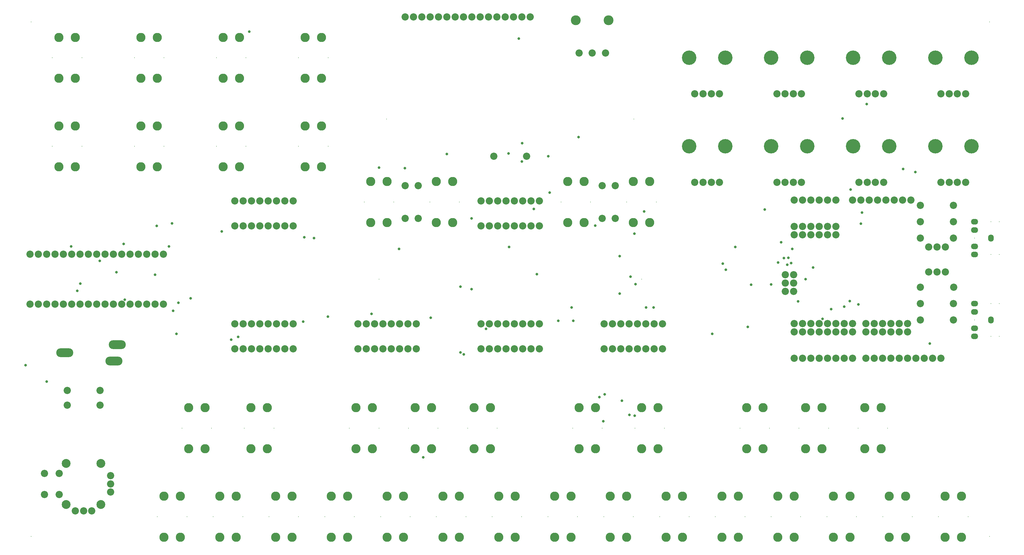
<source format=gts>
%FSLAX25Y25*%
%MOIN*%
G70*
G01*
G75*
G04 Layer_Color=8388736*
%ADD10C,0.01181*%
%ADD11O,0.05906X0.07874*%
%ADD12O,0.07874X0.05906*%
%ADD13O,0.19685X0.09843*%
%ADD14C,0.11024*%
%ADD15C,0.07874*%
%ADD16C,0.10236*%
%ADD17C,0.09843*%
%ADD18C,0.16535*%
%ADD19C,0.02362*%
%ADD20C,0.00787*%
%ADD21C,0.01000*%
%ADD22C,0.00394*%
%ADD23R,0.11811X0.27559*%
%ADD24R,0.62992X0.02173*%
%ADD25R,0.62992X0.02169*%
%ADD26R,0.04342X0.02173*%
%ADD27R,0.04343X0.02173*%
%ADD28R,0.13032X0.02173*%
%ADD29R,0.02169X0.02173*%
%ADD30R,0.04342X0.02173*%
%ADD31R,0.10862X0.02173*%
%ADD32R,0.02169X0.02173*%
%ADD33R,0.02173X0.02173*%
%ADD34R,0.04346X0.02173*%
%ADD35R,0.02173X0.02173*%
%ADD36R,0.04342X0.02169*%
%ADD37R,0.02173X0.02169*%
%ADD38R,0.02169X0.02169*%
%ADD39R,0.06516X0.02169*%
%ADD40R,0.02173X0.02169*%
%ADD41R,0.06516X0.02173*%
%ADD42R,0.10858X0.02173*%
%ADD43R,0.02173X0.02173*%
%ADD44R,0.04346X0.02173*%
%ADD45R,0.02169X0.02173*%
%ADD46R,0.30409X0.02169*%
%ADD47R,0.26067X0.02169*%
%ADD48R,0.13035X0.02173*%
%ADD49R,0.06516X0.02173*%
%ADD50R,0.04342X0.02169*%
%ADD51R,0.02173X0.02169*%
%ADD52R,0.02173X0.02169*%
%ADD53R,0.02169X0.02169*%
%ADD54R,0.06520X0.02173*%
%ADD55R,0.10862X0.02173*%
%ADD56R,0.04347X0.02173*%
%ADD57R,0.04347X0.02169*%
%ADD58R,0.04346X0.02169*%
%ADD59R,0.08689X0.02173*%
%ADD60R,0.21720X0.02169*%
%ADD61R,0.10858X0.02169*%
%ADD62R,0.06516X0.02169*%
%ADD63R,0.08689X0.02169*%
%ADD64R,0.06516X0.02173*%
%ADD65R,0.02169X0.02173*%
%ADD66R,0.02173X0.02173*%
%ADD67R,0.02169X0.02169*%
%ADD68R,0.04343X0.02173*%
%ADD69R,0.08689X0.02173*%
%ADD70O,0.06706X0.08674*%
%ADD71O,0.08674X0.06706*%
%ADD72C,0.00800*%
%ADD73O,0.20485X0.10642*%
%ADD74C,0.11824*%
%ADD75C,0.08674*%
%ADD76C,0.11036*%
%ADD77C,0.10642*%
%ADD78C,0.17335*%
%ADD79C,0.03162*%
D70*
X1167323Y275590D02*
D03*
Y374016D02*
D03*
D71*
X1147638Y265748D02*
D03*
Y285433D02*
D03*
Y255906D02*
D03*
Y295276D02*
D03*
Y393701D02*
D03*
Y354331D02*
D03*
Y383858D02*
D03*
Y364173D02*
D03*
D72*
Y275590D02*
D03*
X1167323Y295276D02*
D03*
X1177165D02*
D03*
Y255906D02*
D03*
X1167323D02*
D03*
Y354331D02*
D03*
X1177165D02*
D03*
Y393701D02*
D03*
X1167323D02*
D03*
X1147638Y374016D02*
D03*
X901575Y145669D02*
D03*
X866142D02*
D03*
X1007874D02*
D03*
X1043307D02*
D03*
X972441D02*
D03*
X937008D02*
D03*
X665354D02*
D03*
X700787D02*
D03*
X775591D02*
D03*
X740158D02*
D03*
X397638D02*
D03*
X433071D02*
D03*
X503937D02*
D03*
X468504D02*
D03*
X539370D02*
D03*
X574803D02*
D03*
X232283D02*
D03*
X196850D02*
D03*
X271654D02*
D03*
X307087D02*
D03*
X15748Y15748D02*
D03*
Y633858D02*
D03*
X1165355D02*
D03*
Y15748D02*
D03*
X748032Y324803D02*
D03*
X433071D02*
D03*
X273622Y484252D02*
D03*
X238189D02*
D03*
X139764D02*
D03*
X175197D02*
D03*
X76772D02*
D03*
X41339D02*
D03*
X238189Y590551D02*
D03*
X273622D02*
D03*
X175197D02*
D03*
X139764D02*
D03*
X41339D02*
D03*
X76772D02*
D03*
X372047Y484252D02*
D03*
X336614D02*
D03*
Y590551D02*
D03*
X372047D02*
D03*
X765748Y417323D02*
D03*
X730315D02*
D03*
X651575D02*
D03*
X687008D02*
D03*
X529528D02*
D03*
X494095D02*
D03*
X415354D02*
D03*
X450787D02*
D03*
X1072835Y39370D02*
D03*
X1037402D02*
D03*
X970473D02*
D03*
X1005906D02*
D03*
X938976D02*
D03*
X903543D02*
D03*
X836614D02*
D03*
X872047D02*
D03*
X805118D02*
D03*
X769685D02*
D03*
X702756D02*
D03*
X738189D02*
D03*
X671260D02*
D03*
X635827D02*
D03*
X568898D02*
D03*
X604331D02*
D03*
X537402D02*
D03*
X501968D02*
D03*
X435039D02*
D03*
X470472D02*
D03*
X403543D02*
D03*
X368110D02*
D03*
X301181D02*
D03*
X336614D02*
D03*
X269685D02*
D03*
X234252D02*
D03*
X167323D02*
D03*
X202756D02*
D03*
X1139764D02*
D03*
X1104331D02*
D03*
X442126Y516929D02*
D03*
X738976D02*
D03*
D73*
X119095Y246063D02*
D03*
X115157Y226378D02*
D03*
X56103Y236221D02*
D03*
D74*
X708662Y635827D02*
D03*
X669291D02*
D03*
D75*
X673228Y596457D02*
D03*
X704725D02*
D03*
X688976D02*
D03*
X260276Y388543D02*
D03*
X270276D02*
D03*
X280276D02*
D03*
X290276D02*
D03*
X300276D02*
D03*
X310276D02*
D03*
X320276D02*
D03*
X330276D02*
D03*
X260276Y418543D02*
D03*
X270276D02*
D03*
X280276D02*
D03*
X290276D02*
D03*
X300276D02*
D03*
X310276D02*
D03*
X320276D02*
D03*
X330276D02*
D03*
X773189Y270905D02*
D03*
X763189D02*
D03*
X753189D02*
D03*
X743189D02*
D03*
X733189D02*
D03*
X723189D02*
D03*
X713189D02*
D03*
X703189D02*
D03*
X773189Y240905D02*
D03*
X763189D02*
D03*
X753189D02*
D03*
X743189D02*
D03*
X733189D02*
D03*
X723189D02*
D03*
X713189D02*
D03*
X703189D02*
D03*
X555551D02*
D03*
X565551D02*
D03*
X575551D02*
D03*
X585551D02*
D03*
X595551D02*
D03*
X605551D02*
D03*
X615551D02*
D03*
X625551D02*
D03*
X555551Y270905D02*
D03*
X565551D02*
D03*
X575551D02*
D03*
X585551D02*
D03*
X595551D02*
D03*
X605551D02*
D03*
X615551D02*
D03*
X625551D02*
D03*
X477914D02*
D03*
X467913D02*
D03*
X457913D02*
D03*
X447914D02*
D03*
X437914D02*
D03*
X427914D02*
D03*
X417913D02*
D03*
X407913D02*
D03*
X477914Y240905D02*
D03*
X467913D02*
D03*
X457913D02*
D03*
X447914D02*
D03*
X437914D02*
D03*
X427914D02*
D03*
X417913D02*
D03*
X407913D02*
D03*
X260276D02*
D03*
X270276D02*
D03*
X280276D02*
D03*
X290276D02*
D03*
X300276D02*
D03*
X310276D02*
D03*
X320276D02*
D03*
X330276D02*
D03*
X260276Y270905D02*
D03*
X270276D02*
D03*
X280276D02*
D03*
X290276D02*
D03*
X300276D02*
D03*
X310276D02*
D03*
X320276D02*
D03*
X330276D02*
D03*
X625551Y418543D02*
D03*
X615551D02*
D03*
X605551D02*
D03*
X595551D02*
D03*
X585551D02*
D03*
X575551D02*
D03*
X565551D02*
D03*
X555551D02*
D03*
X625551Y388543D02*
D03*
X615551D02*
D03*
X605551D02*
D03*
X595551D02*
D03*
X585551D02*
D03*
X575551D02*
D03*
X565551D02*
D03*
X555551D02*
D03*
X1122047Y413386D02*
D03*
X1082677D02*
D03*
X610236Y472441D02*
D03*
X570866D02*
D03*
X59055Y190945D02*
D03*
X98425D02*
D03*
X1122047Y275590D02*
D03*
X1082677D02*
D03*
X716536Y397638D02*
D03*
Y437008D02*
D03*
X700787D02*
D03*
Y397638D02*
D03*
X480315D02*
D03*
Y437008D02*
D03*
X464567D02*
D03*
Y397638D02*
D03*
X1122047Y374016D02*
D03*
X1082677D02*
D03*
Y295276D02*
D03*
X1122047D02*
D03*
X98425Y173228D02*
D03*
X59055D02*
D03*
X1082677Y393701D02*
D03*
X1122047D02*
D03*
X1082362Y314961D02*
D03*
X1122362D02*
D03*
X31693Y91536D02*
D03*
Y65945D02*
D03*
X49409D02*
D03*
Y91536D02*
D03*
X78740Y46260D02*
D03*
X88583D02*
D03*
X68898D02*
D03*
X111221Y88583D02*
D03*
Y68898D02*
D03*
Y78740D02*
D03*
X1126968Y440945D02*
D03*
X1136811D02*
D03*
X1107283D02*
D03*
X1117126D02*
D03*
X1018701D02*
D03*
X1008858D02*
D03*
X1038386D02*
D03*
X1028543D02*
D03*
X930118D02*
D03*
X939961D02*
D03*
X910433D02*
D03*
X920276D02*
D03*
X821850D02*
D03*
X812008D02*
D03*
X841535D02*
D03*
X831693D02*
D03*
X1126968Y547244D02*
D03*
X1136811D02*
D03*
X1107283D02*
D03*
X1117126D02*
D03*
X1018701D02*
D03*
X1008858D02*
D03*
X1038386D02*
D03*
X1028543D02*
D03*
X930118D02*
D03*
X939961D02*
D03*
X910433D02*
D03*
X920276D02*
D03*
X821850D02*
D03*
X812008D02*
D03*
X841535D02*
D03*
X831693D02*
D03*
X1112362Y363425D02*
D03*
X1102362D02*
D03*
X1092362D02*
D03*
X1112362Y333425D02*
D03*
X1102362D02*
D03*
X1092362D02*
D03*
X174488Y354803D02*
D03*
X164488D02*
D03*
X154488D02*
D03*
X144488D02*
D03*
X134488D02*
D03*
X124488D02*
D03*
X114488D02*
D03*
X104488D02*
D03*
X94488D02*
D03*
X84488D02*
D03*
X74488D02*
D03*
X64488D02*
D03*
X54488D02*
D03*
X44488D02*
D03*
X34488D02*
D03*
X24488D02*
D03*
X14488D02*
D03*
Y294803D02*
D03*
X24488D02*
D03*
X34488D02*
D03*
X44488D02*
D03*
X54488D02*
D03*
X64488D02*
D03*
X74488D02*
D03*
X84488D02*
D03*
X94488D02*
D03*
X104488D02*
D03*
X114488D02*
D03*
X124488D02*
D03*
X134488D02*
D03*
X144488D02*
D03*
X154488D02*
D03*
X164488D02*
D03*
X174488D02*
D03*
X464567Y639764D02*
D03*
X474567D02*
D03*
X484567D02*
D03*
X494567D02*
D03*
X504567D02*
D03*
X514567D02*
D03*
X524567D02*
D03*
X534567D02*
D03*
X544567D02*
D03*
X554567D02*
D03*
X564567D02*
D03*
X574567D02*
D03*
X584567D02*
D03*
X594567D02*
D03*
X604567D02*
D03*
X614567D02*
D03*
X931055Y419803D02*
D03*
X941055D02*
D03*
X951055D02*
D03*
X961055D02*
D03*
X971055D02*
D03*
X981055D02*
D03*
X1107055Y229803D02*
D03*
X1097055D02*
D03*
X1087055D02*
D03*
X1077055D02*
D03*
X1067055D02*
D03*
X1057055D02*
D03*
X1047055D02*
D03*
X1037055D02*
D03*
X1027055D02*
D03*
X1017055D02*
D03*
X951055D02*
D03*
X941055D02*
D03*
X1001055D02*
D03*
X991055D02*
D03*
X981055D02*
D03*
X971055D02*
D03*
X961055D02*
D03*
X931055D02*
D03*
X1021055Y419803D02*
D03*
X1011055D02*
D03*
X1071055D02*
D03*
X1061055D02*
D03*
X1051055D02*
D03*
X1041055D02*
D03*
X1031055D02*
D03*
X1001055D02*
D03*
X920504Y330000D02*
D03*
X930504D02*
D03*
X920504Y320000D02*
D03*
X930504D02*
D03*
X920504Y310000D02*
D03*
X930504D02*
D03*
X1001055Y261536D02*
D03*
Y271535D02*
D03*
X971055D02*
D03*
X961055D02*
D03*
X951055D02*
D03*
X971055Y261536D02*
D03*
X961055D02*
D03*
X951055D02*
D03*
X981055Y271535D02*
D03*
X991055D02*
D03*
X981055Y261536D02*
D03*
X991055D02*
D03*
X941055Y271535D02*
D03*
X931055D02*
D03*
X941055Y261536D02*
D03*
X931055D02*
D03*
Y378071D02*
D03*
X941055D02*
D03*
X931055Y388071D02*
D03*
X941055D02*
D03*
X981055Y378071D02*
D03*
Y388071D02*
D03*
X951055Y378071D02*
D03*
X961055D02*
D03*
X971055D02*
D03*
X951055Y388071D02*
D03*
X961055D02*
D03*
X971055D02*
D03*
X1057055Y271535D02*
D03*
X1047055D02*
D03*
X1037055D02*
D03*
X1057055Y261536D02*
D03*
X1047055D02*
D03*
X1037055D02*
D03*
X1067055Y271535D02*
D03*
Y261536D02*
D03*
X1027055Y271535D02*
D03*
X1017055D02*
D03*
X1027055Y261536D02*
D03*
X1017055D02*
D03*
D76*
X874016Y121063D02*
D03*
X893701D02*
D03*
Y170276D02*
D03*
X874016D02*
D03*
X1015748D02*
D03*
X1035433D02*
D03*
Y121063D02*
D03*
X1015748D02*
D03*
X944882D02*
D03*
X964567D02*
D03*
Y170276D02*
D03*
X944882D02*
D03*
X673228D02*
D03*
X692913D02*
D03*
Y121063D02*
D03*
X673228D02*
D03*
X748032D02*
D03*
X767717D02*
D03*
Y170276D02*
D03*
X748032D02*
D03*
X405512D02*
D03*
X425197D02*
D03*
Y121063D02*
D03*
X405512D02*
D03*
X476378D02*
D03*
X496063D02*
D03*
Y170276D02*
D03*
X476378D02*
D03*
X547244D02*
D03*
X566929D02*
D03*
Y121063D02*
D03*
X547244D02*
D03*
X204725D02*
D03*
X224410D02*
D03*
Y170276D02*
D03*
X204725D02*
D03*
X279527D02*
D03*
X299213D02*
D03*
Y121063D02*
D03*
X279527D02*
D03*
X246063Y459646D02*
D03*
X265748D02*
D03*
Y508858D02*
D03*
X246063D02*
D03*
X147638D02*
D03*
X167323D02*
D03*
Y459646D02*
D03*
X147638D02*
D03*
X49213D02*
D03*
X68898D02*
D03*
Y508858D02*
D03*
X49213D02*
D03*
X246063Y615158D02*
D03*
X265748D02*
D03*
Y565945D02*
D03*
X246063D02*
D03*
X147638D02*
D03*
X167323D02*
D03*
Y615158D02*
D03*
X147638D02*
D03*
X49213D02*
D03*
X68898D02*
D03*
Y565945D02*
D03*
X49213D02*
D03*
X344488Y459646D02*
D03*
X364173D02*
D03*
Y508858D02*
D03*
X344488D02*
D03*
Y615158D02*
D03*
X364173D02*
D03*
Y565945D02*
D03*
X344488D02*
D03*
X738189Y392717D02*
D03*
X757874D02*
D03*
Y441929D02*
D03*
X738189D02*
D03*
X659449D02*
D03*
X679134D02*
D03*
Y392717D02*
D03*
X659449D02*
D03*
X501968D02*
D03*
X521654D02*
D03*
Y441929D02*
D03*
X501968D02*
D03*
X423228D02*
D03*
X442913D02*
D03*
Y392717D02*
D03*
X423228D02*
D03*
X1045276Y14764D02*
D03*
X1064961D02*
D03*
Y63977D02*
D03*
X1045276D02*
D03*
X978347D02*
D03*
X998032D02*
D03*
Y14764D02*
D03*
X978347D02*
D03*
X911417D02*
D03*
X931102D02*
D03*
Y63977D02*
D03*
X911417D02*
D03*
X844488D02*
D03*
X864173D02*
D03*
Y14764D02*
D03*
X844488D02*
D03*
X777559D02*
D03*
X797244D02*
D03*
Y63977D02*
D03*
X777559D02*
D03*
X710630D02*
D03*
X730315D02*
D03*
Y14764D02*
D03*
X710630D02*
D03*
X643701D02*
D03*
X663386D02*
D03*
Y63977D02*
D03*
X643701D02*
D03*
X576772D02*
D03*
X596457D02*
D03*
Y14764D02*
D03*
X576772D02*
D03*
X509842D02*
D03*
X529528D02*
D03*
Y63977D02*
D03*
X509842D02*
D03*
X442913D02*
D03*
X462599D02*
D03*
Y14764D02*
D03*
X442913D02*
D03*
X375984D02*
D03*
X395669D02*
D03*
Y63977D02*
D03*
X375984D02*
D03*
X309055D02*
D03*
X328740D02*
D03*
Y14764D02*
D03*
X309055D02*
D03*
X242126D02*
D03*
X261811D02*
D03*
Y63977D02*
D03*
X242126D02*
D03*
X175197D02*
D03*
X194882D02*
D03*
Y14764D02*
D03*
X175197D02*
D03*
X1112205D02*
D03*
X1131890D02*
D03*
Y63977D02*
D03*
X1112205D02*
D03*
D77*
X57874Y103347D02*
D03*
Y54134D02*
D03*
X99606D02*
D03*
Y103347D02*
D03*
D78*
X1100394Y484252D02*
D03*
X1143701D02*
D03*
X1045276D02*
D03*
X1001968D02*
D03*
X903543D02*
D03*
X946850D02*
D03*
X848425D02*
D03*
X805118D02*
D03*
X1100394Y590551D02*
D03*
X1143701D02*
D03*
X1045276D02*
D03*
X1001968D02*
D03*
X903543D02*
D03*
X946850D02*
D03*
X848425D02*
D03*
X805118D02*
D03*
D79*
X953843Y338845D02*
D03*
X944743Y324745D02*
D03*
X192443Y296245D02*
D03*
X1008343Y294245D02*
D03*
X1011343Y391345D02*
D03*
X9343Y221345D02*
D03*
X181243Y364045D02*
D03*
X63730D02*
D03*
X648343Y274845D02*
D03*
X664043Y290545D02*
D03*
X753549D02*
D03*
X342143Y273745D02*
D03*
X879643Y318145D02*
D03*
X895743Y408245D02*
D03*
X975643Y288645D02*
D03*
X935713Y297945D02*
D03*
X74743Y319445D02*
D03*
X911822Y344683D02*
D03*
X98343Y346545D02*
D03*
X918849Y349998D02*
D03*
X355344Y374045D02*
D03*
X903443Y318339D02*
D03*
X207343Y301745D02*
D03*
X875543Y267445D02*
D03*
X186143Y286745D02*
D03*
X486243Y110545D02*
D03*
X561405Y265197D02*
D03*
X739843Y160645D02*
D03*
X724443Y178845D02*
D03*
X733643Y161645D02*
D03*
X751290Y405945D02*
D03*
X672453Y495445D02*
D03*
X739443Y379445D02*
D03*
X860443Y363345D02*
D03*
X589343D02*
D03*
X998743Y432407D02*
D03*
X637843Y428745D02*
D03*
X618843Y408945D02*
D03*
X277643Y622145D02*
D03*
X166443Y388543D02*
D03*
X184743Y391545D02*
D03*
X530943Y236845D02*
D03*
Y315545D02*
D03*
X927543Y343945D02*
D03*
X922943Y341945D02*
D03*
X622543Y330645D02*
D03*
X457343Y360945D02*
D03*
X928743D02*
D03*
X734843Y327845D02*
D03*
X1012443Y404645D02*
D03*
X514543Y475045D02*
D03*
X604743Y487945D02*
D03*
X1076443Y453245D02*
D03*
X1061843Y456945D02*
D03*
X636143Y472445D02*
D03*
X604543Y465945D02*
D03*
X600843Y613545D02*
D03*
X1018081Y535107D02*
D03*
X997843Y298345D02*
D03*
X544243Y397845D02*
D03*
Y312545D02*
D03*
X34488Y201745D02*
D03*
X164443Y330145D02*
D03*
X849343Y336145D02*
D03*
X255943Y252045D02*
D03*
X264243Y255345D02*
D03*
X126683Y366998D02*
D03*
X915543Y369045D02*
D03*
X832743Y258945D02*
D03*
X190347D02*
D03*
X433043Y458545D02*
D03*
X464343Y458145D02*
D03*
X424343Y283045D02*
D03*
X371743Y279745D02*
D03*
X1093873Y247416D02*
D03*
X989202Y517745D02*
D03*
X588443Y475845D02*
D03*
X692643Y388945D02*
D03*
X702165Y154145D02*
D03*
X118343Y333045D02*
D03*
X924243Y350345D02*
D03*
X343643Y375045D02*
D03*
X666343Y274845D02*
D03*
X697443Y183145D02*
D03*
X703743Y186345D02*
D03*
X495174Y278245D02*
D03*
X128243Y300145D02*
D03*
X762543Y290545D02*
D03*
X991055Y291645D02*
D03*
X534843Y234445D02*
D03*
X740691Y318798D02*
D03*
X71143Y310845D02*
D03*
X244443Y382045D02*
D03*
X965143Y277045D02*
D03*
X845643Y343245D02*
D03*
X721943Y352245D02*
D03*
Y307445D02*
D03*
M02*

</source>
